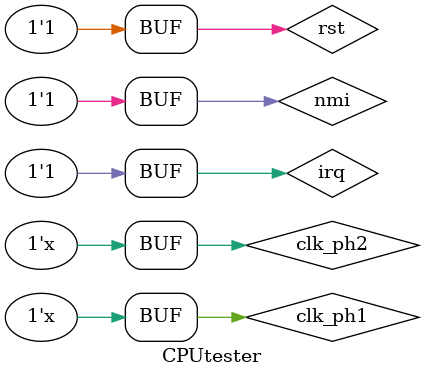
<source format=v>
`timescale 1ns / 1ps


module CPUtester;

	// Inputs
	reg clk_ph1;
	reg clk_ph2;
	reg rst, irq, nmi;
	reg [7:0] Data_bus_in;

	// Outputs
	wire [15:0] Addr_bus;
	wire [7:0] Data_bus_out;
	wire R_nW;
	wire [7:0] IR_dbg, AC_dbg, X_dbg, Y_dbg, P_dbg, S_dbg;
    wire [15:0] PC_dbg;
    wire [2:0] cycle_dbg;
	
	// Useful signals;
	reg [7:0] cycle_count;

	// Instantiate the Unit Under Test (UUT)
	CPU uut (
		.clk_ph1(clk_ph1), 
		.clk_ph2(clk_ph2), 
		.rst(rst),
		.irq(irq),
		.nmi(nmi),
		.Data_bus_in(Data_bus_in), 
		.Addr_bus(Addr_bus), 
		.Data_bus_out(Data_bus_out),
		.R_nW(R_nW),
		.IR_dbg(IR_dbg),
		.AC_dbg(AC_dbg),
		.cycle_dbg(cycle_dbg),
		.PC_dbg(PC_dbg),
		.X_dbg(X_dbg),
		.Y_dbg(Y_dbg),
		.P_dbg(P_dbg),
		.S_dbg(S_dbg)
	);

	initial begin
		// Initialize Inputs
		clk_ph1 = 0;
		clk_ph2 = 1;
		rst = 0;
		irq = 1;
		nmi = 1;
		cycle_count = 0;
		Data_bus_in = 0;

		// Wait 100 ns for global reset to finish
		#600;
		rst = 1;

	end
	
	// program:
	always @(*) begin
		case (Addr_bus) 
		
			// program/data:
			0: Data_bus_in = LDA_IMM;
			1: Data_bus_in = 8'haa;
			2: Data_bus_in = CMP_IMM;	
			3: Data_bus_in = 8'h11;
			4: Data_bus_in = CMP_ZPG;
			5: Data_bus_in = 8'h10;
			6: Data_bus_in = CMP_ABS;
			7: Data_bus_in = 8'h11;
			8: Data_bus_in = 8'h00;		
			9: Data_bus_in = 8'h00;
			
			16'h0010: Data_bus_in = 8'haa;	
			16'h0011: Data_bus_in = 8'hb0;
			16'h00f2: Data_bus_in = 8'h00;
			
			16'h0102: Data_bus_in = ADC_IMM;
			16'h0103: Data_bus_in = 8'h01;
			
			// ISR:
			16'h2000: Data_bus_in = ADC_IMM;
			16'h2001: Data_bus_in = 8'h01;
			16'h2002: Data_bus_in = ADC_IMM;
			16'h2003: Data_bus_in = 8'h02;
			16'h2004: Data_bus_in = RTI;
			
			// stack:
			16'h01fa: Data_bus_in = 8'h00;
			16'h01fb: Data_bus_in = 8'h00;
			16'h01fc: Data_bus_in = 8'h00;
			16'h01fd: Data_bus_in = 8'h20;
			16'h01fe: Data_bus_in = 8'h04;
			16'h01ff: Data_bus_in = 8'h00;
			
			// interrupt vectors:
			16'hfffa: Data_bus_in = 8'h00;	// nmi
			16'hfffb: Data_bus_in = 8'h20;
			16'hfffe: Data_bus_in = 8'h00;	// irq
			16'hffff: Data_bus_in = 8'h20;
			
			default: Data_bus_in = 8'h00;
		endcase
	end
	
	// interrupts:
	always @(posedge clk_ph1) begin
		
		cycle_count = cycle_count + 8'd1;
		
		// IRQ
		//if (cycle_count >= 5 && cycle_count < 20)
		//	irq <= 0;
		//else
		//	irq <= 1;
			
		// NMI
		//if (cycle_count >= 5 && cycle_count < 20)
		//	nmi <= 0;
		//else
		//	nmi <= 1;
	end
	
	// clock phase gen:
	always begin
		#500;
		clk_ph2 = !clk_ph2;
		clk_ph1 = !clk_ph1;
	end
	
	
	// Opcode definitions:
	localparam [7:0] ADC_IMM = 8'h69, SBC_IMM = 8'he9,  AND_IMM = 8'h29, ORA_IMM = 8'h09, EOR_IMM = 8'h49,
                     ADC_ABS = 8'h6d, SBC_ABS = 8'hed,  AND_ABS = 8'h2d, ORA_ABS = 8'h0d, EOR_ABS = 8'h4d,
					 ADC_ZPG = 8'h65, SBC_ZPG = 8'he5,  AND_ZPG = 8'h25, ORA_ZPG = 8'h05, EOR_ZPG = 8'h45,
                     ADC_ZPX = 8'h75, SBC_ZPX = 8'hf5,  AND_ZPX = 8'h35, ORA_ZPX = 8'h15, EOR_ZPX = 8'h55,
                     ADC_ABX = 8'h7d, SBC_ABX = 8'hfd,  AND_ABX = 8'h3d, ORA_ABX = 8'h1d, EOR_ABX = 8'h5d,
                     ADC_ABY = 8'h79, SBC_ABY = 8'hf9,  AND_ABY = 8'h39, ORA_ABY = 8'h19, EOR_ABY = 8'h59,
                     ADC_INX = 8'h61, SBC_INX = 8'he1,  AND_INX = 8'h21, ORA_INX = 8'h01, EOR_INX = 8'h41,
                     ADC_INY = 8'h71, SBC_INY = 8'hf1,  AND_INY = 8'h31, ORA_INY = 8'h11, EOR_INY = 8'h51,
					 
					 LDA_IMM = 8'ha9, 
					 LDA_ABS = 8'had, STA_ABS = 8'h8d,
					 LDA_ZPG = 8'ha5, STA_ZPG = 8'h85,
					 LDA_ZPX = 8'hb5, STA_ZPX = 8'h95,
					 LDA_ABX = 8'hbd, STA_ABX = 8'h9d,
					 LDA_ABY = 8'hb9, STA_ABY = 8'h99,
					 LDA_INX = 8'ha1, STA_INX = 8'h81,
					 LDA_INY = 8'hb1, STA_INY = 8'h91,
					 
					 SEC = 8'h38, CLC = 8'h18, SEI = 8'h78, CLI = 8'h58, CLV = 8'hb8, SED = 8'hf8, CLD = 8'hd8,
                     
                     BRK = 8'h00, RTI = 8'h40,
					 
					 INX = 8'he8, INY = 8'hc8, DEX = 8'hca, DEY = 8'h88, TAX = 8'haa, TXA = 8'h8a, TAY = 8'ha8, TYA = 8'h98,
                     TXS = 8'h9a, TSX = 8'hba, PHA = 8'h48, PLA = 8'h68, PHP = 8'h08, PLP = 8'h28,
					 
					 LDX_IMM = 8'ha2, LDY_IMM = 8'ha0,
					 
					 CMP_IMM = 8'hc9, CPX_IMM = 8'he0, CPY_IMM = 8'hc0, BIT_ZPG = 8'h24,
					 CMP_ABS = 8'hcd, CPX_ZPG = 8'he4, CPY_ZPG = 8'hc4,	BIT_ABS = 8'h2c,
					 CMP_ZPG = 8'hc5, CPX_ABS = 8'hec, CPY_ABS = 8'hcc,
					 CMP_ZPX = 8'hd5,
					 CMP_ABX = 8'hdd,
					 CMP_ABY = 8'hd9,
					 CMP_INX = 8'hc1,
					 CMP_INY = 8'hd1,
					 
					 JMP_ABS = 8'h4c, JSR_ABS = 8'h20, RTS = 8'h60,
					 JMP_IND = 8'h6c,
						
                     BPL = 8'h10, BMI = 8'h30, BVC = 8'h50, BVS = 8'h70, BCC = 8'h90, BCS = 8'hb0, BNE = 8'hd0, BEQ = 8'hf0;     
endmodule


</source>
